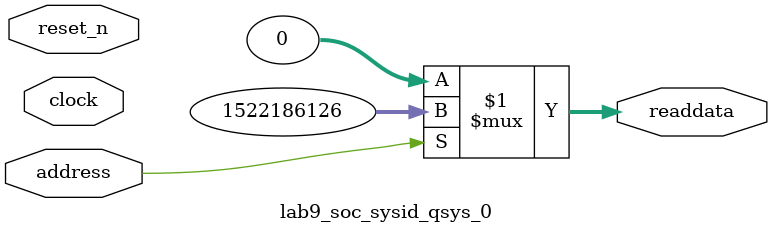
<source format=v>

`timescale 1ns / 1ps
// synthesis translate_on

// turn off superfluous verilog processor warnings 
// altera message_level Level1 
// altera message_off 10034 10035 10036 10037 10230 10240 10030 

module lab9_soc_sysid_qsys_0 (
               // inputs:
                address,
                clock,
                reset_n,

               // outputs:
                readdata
             )
;

  output  [ 31: 0] readdata;
  input            address;
  input            clock;
  input            reset_n;

  wire    [ 31: 0] readdata;
  //control_slave, which is an e_avalon_slave
  assign readdata = address ? 1522186126 : 0;

endmodule




</source>
